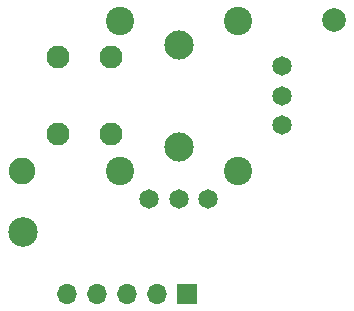
<source format=gbr>
%TF.GenerationSoftware,KiCad,Pcbnew,7.0.5*%
%TF.CreationDate,2023-08-28T18:40:14-04:00*%
%TF.ProjectId,StickLeft,53746963-6b4c-4656-9674-2e6b69636164,rev?*%
%TF.SameCoordinates,Original*%
%TF.FileFunction,Soldermask,Bot*%
%TF.FilePolarity,Negative*%
%FSLAX46Y46*%
G04 Gerber Fmt 4.6, Leading zero omitted, Abs format (unit mm)*
G04 Created by KiCad (PCBNEW 7.0.5) date 2023-08-28 18:40:14*
%MOMM*%
%LPD*%
G01*
G04 APERTURE LIST*
%ADD10R,1.700000X1.700000*%
%ADD11O,1.700000X1.700000*%
%ADD12C,1.950000*%
%ADD13C,1.650000*%
%ADD14C,2.000000*%
%ADD15C,2.500000*%
%ADD16C,2.250000*%
%ADD17C,2.400000*%
%ADD18C,2.475000*%
G04 APERTURE END LIST*
D10*
%TO.C,J1*%
X143830000Y-119430000D03*
D11*
X141290000Y-119430000D03*
X138750000Y-119430000D03*
X136210000Y-119430000D03*
X133670000Y-119430000D03*
%TD*%
D12*
%TO.C,U1*%
X137370000Y-105940000D03*
X137370000Y-99440000D03*
D13*
X140620000Y-111420000D03*
X143120000Y-111420000D03*
X145620000Y-111420000D03*
D12*
X132870000Y-105940000D03*
X132870000Y-99440000D03*
D14*
X156260000Y-96242000D03*
D15*
X129960000Y-114242000D03*
D16*
X129860000Y-109042000D03*
D13*
X151850000Y-105190000D03*
X151850000Y-102690000D03*
X151850000Y-100190000D03*
D17*
X148120000Y-109015000D03*
X148120000Y-96365000D03*
X138120000Y-109015000D03*
X138120000Y-96365000D03*
D18*
X143120000Y-106990000D03*
X143120000Y-98390000D03*
%TD*%
M02*

</source>
